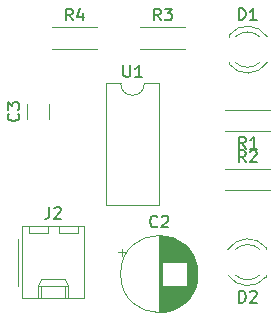
<source format=gbr>
%TF.GenerationSoftware,KiCad,Pcbnew,7.0.5-1.fc38*%
%TF.CreationDate,2023-06-27T12:48:17+03:00*%
%TF.ProjectId,flip-flop-NE555-timer,666c6970-2d66-46c6-9f70-2d4e45353535,1.0*%
%TF.SameCoordinates,Original*%
%TF.FileFunction,Legend,Top*%
%TF.FilePolarity,Positive*%
%FSLAX46Y46*%
G04 Gerber Fmt 4.6, Leading zero omitted, Abs format (unit mm)*
G04 Created by KiCad (PCBNEW 7.0.5-1.fc38) date 2023-06-27 12:48:17*
%MOMM*%
%LPD*%
G01*
G04 APERTURE LIST*
%ADD10C,0.150000*%
%ADD11C,0.120000*%
G04 APERTURE END LIST*
D10*
%TO.C,R3*%
X133373333Y-63534819D02*
X133040000Y-63058628D01*
X132801905Y-63534819D02*
X132801905Y-62534819D01*
X132801905Y-62534819D02*
X133182857Y-62534819D01*
X133182857Y-62534819D02*
X133278095Y-62582438D01*
X133278095Y-62582438D02*
X133325714Y-62630057D01*
X133325714Y-62630057D02*
X133373333Y-62725295D01*
X133373333Y-62725295D02*
X133373333Y-62868152D01*
X133373333Y-62868152D02*
X133325714Y-62963390D01*
X133325714Y-62963390D02*
X133278095Y-63011009D01*
X133278095Y-63011009D02*
X133182857Y-63058628D01*
X133182857Y-63058628D02*
X132801905Y-63058628D01*
X133706667Y-62534819D02*
X134325714Y-62534819D01*
X134325714Y-62534819D02*
X133992381Y-62915771D01*
X133992381Y-62915771D02*
X134135238Y-62915771D01*
X134135238Y-62915771D02*
X134230476Y-62963390D01*
X134230476Y-62963390D02*
X134278095Y-63011009D01*
X134278095Y-63011009D02*
X134325714Y-63106247D01*
X134325714Y-63106247D02*
X134325714Y-63344342D01*
X134325714Y-63344342D02*
X134278095Y-63439580D01*
X134278095Y-63439580D02*
X134230476Y-63487200D01*
X134230476Y-63487200D02*
X134135238Y-63534819D01*
X134135238Y-63534819D02*
X133849524Y-63534819D01*
X133849524Y-63534819D02*
X133754286Y-63487200D01*
X133754286Y-63487200D02*
X133706667Y-63439580D01*
%TO.C,R4*%
X125913333Y-63534819D02*
X125580000Y-63058628D01*
X125341905Y-63534819D02*
X125341905Y-62534819D01*
X125341905Y-62534819D02*
X125722857Y-62534819D01*
X125722857Y-62534819D02*
X125818095Y-62582438D01*
X125818095Y-62582438D02*
X125865714Y-62630057D01*
X125865714Y-62630057D02*
X125913333Y-62725295D01*
X125913333Y-62725295D02*
X125913333Y-62868152D01*
X125913333Y-62868152D02*
X125865714Y-62963390D01*
X125865714Y-62963390D02*
X125818095Y-63011009D01*
X125818095Y-63011009D02*
X125722857Y-63058628D01*
X125722857Y-63058628D02*
X125341905Y-63058628D01*
X126770476Y-62868152D02*
X126770476Y-63534819D01*
X126532381Y-62487200D02*
X126294286Y-63201485D01*
X126294286Y-63201485D02*
X126913333Y-63201485D01*
%TO.C,D1*%
X139991905Y-63494819D02*
X139991905Y-62494819D01*
X139991905Y-62494819D02*
X140230000Y-62494819D01*
X140230000Y-62494819D02*
X140372857Y-62542438D01*
X140372857Y-62542438D02*
X140468095Y-62637676D01*
X140468095Y-62637676D02*
X140515714Y-62732914D01*
X140515714Y-62732914D02*
X140563333Y-62923390D01*
X140563333Y-62923390D02*
X140563333Y-63066247D01*
X140563333Y-63066247D02*
X140515714Y-63256723D01*
X140515714Y-63256723D02*
X140468095Y-63351961D01*
X140468095Y-63351961D02*
X140372857Y-63447200D01*
X140372857Y-63447200D02*
X140230000Y-63494819D01*
X140230000Y-63494819D02*
X139991905Y-63494819D01*
X141515714Y-63494819D02*
X140944286Y-63494819D01*
X141230000Y-63494819D02*
X141230000Y-62494819D01*
X141230000Y-62494819D02*
X141134762Y-62637676D01*
X141134762Y-62637676D02*
X141039524Y-62732914D01*
X141039524Y-62732914D02*
X140944286Y-62780533D01*
%TO.C,U1*%
X130223095Y-67324819D02*
X130223095Y-68134342D01*
X130223095Y-68134342D02*
X130270714Y-68229580D01*
X130270714Y-68229580D02*
X130318333Y-68277200D01*
X130318333Y-68277200D02*
X130413571Y-68324819D01*
X130413571Y-68324819D02*
X130604047Y-68324819D01*
X130604047Y-68324819D02*
X130699285Y-68277200D01*
X130699285Y-68277200D02*
X130746904Y-68229580D01*
X130746904Y-68229580D02*
X130794523Y-68134342D01*
X130794523Y-68134342D02*
X130794523Y-67324819D01*
X131794523Y-68324819D02*
X131223095Y-68324819D01*
X131508809Y-68324819D02*
X131508809Y-67324819D01*
X131508809Y-67324819D02*
X131413571Y-67467676D01*
X131413571Y-67467676D02*
X131318333Y-67562914D01*
X131318333Y-67562914D02*
X131223095Y-67610533D01*
%TO.C,R2*%
X140568333Y-75534819D02*
X140235000Y-75058628D01*
X139996905Y-75534819D02*
X139996905Y-74534819D01*
X139996905Y-74534819D02*
X140377857Y-74534819D01*
X140377857Y-74534819D02*
X140473095Y-74582438D01*
X140473095Y-74582438D02*
X140520714Y-74630057D01*
X140520714Y-74630057D02*
X140568333Y-74725295D01*
X140568333Y-74725295D02*
X140568333Y-74868152D01*
X140568333Y-74868152D02*
X140520714Y-74963390D01*
X140520714Y-74963390D02*
X140473095Y-75011009D01*
X140473095Y-75011009D02*
X140377857Y-75058628D01*
X140377857Y-75058628D02*
X139996905Y-75058628D01*
X140949286Y-74630057D02*
X140996905Y-74582438D01*
X140996905Y-74582438D02*
X141092143Y-74534819D01*
X141092143Y-74534819D02*
X141330238Y-74534819D01*
X141330238Y-74534819D02*
X141425476Y-74582438D01*
X141425476Y-74582438D02*
X141473095Y-74630057D01*
X141473095Y-74630057D02*
X141520714Y-74725295D01*
X141520714Y-74725295D02*
X141520714Y-74820533D01*
X141520714Y-74820533D02*
X141473095Y-74963390D01*
X141473095Y-74963390D02*
X140901667Y-75534819D01*
X140901667Y-75534819D02*
X141520714Y-75534819D01*
%TO.C,R1*%
X140568333Y-74374819D02*
X140235000Y-73898628D01*
X139996905Y-74374819D02*
X139996905Y-73374819D01*
X139996905Y-73374819D02*
X140377857Y-73374819D01*
X140377857Y-73374819D02*
X140473095Y-73422438D01*
X140473095Y-73422438D02*
X140520714Y-73470057D01*
X140520714Y-73470057D02*
X140568333Y-73565295D01*
X140568333Y-73565295D02*
X140568333Y-73708152D01*
X140568333Y-73708152D02*
X140520714Y-73803390D01*
X140520714Y-73803390D02*
X140473095Y-73851009D01*
X140473095Y-73851009D02*
X140377857Y-73898628D01*
X140377857Y-73898628D02*
X139996905Y-73898628D01*
X141520714Y-74374819D02*
X140949286Y-74374819D01*
X141235000Y-74374819D02*
X141235000Y-73374819D01*
X141235000Y-73374819D02*
X141139762Y-73517676D01*
X141139762Y-73517676D02*
X141044524Y-73612914D01*
X141044524Y-73612914D02*
X140949286Y-73660533D01*
%TO.C,C2*%
X133083333Y-80959580D02*
X133035714Y-81007200D01*
X133035714Y-81007200D02*
X132892857Y-81054819D01*
X132892857Y-81054819D02*
X132797619Y-81054819D01*
X132797619Y-81054819D02*
X132654762Y-81007200D01*
X132654762Y-81007200D02*
X132559524Y-80911961D01*
X132559524Y-80911961D02*
X132511905Y-80816723D01*
X132511905Y-80816723D02*
X132464286Y-80626247D01*
X132464286Y-80626247D02*
X132464286Y-80483390D01*
X132464286Y-80483390D02*
X132511905Y-80292914D01*
X132511905Y-80292914D02*
X132559524Y-80197676D01*
X132559524Y-80197676D02*
X132654762Y-80102438D01*
X132654762Y-80102438D02*
X132797619Y-80054819D01*
X132797619Y-80054819D02*
X132892857Y-80054819D01*
X132892857Y-80054819D02*
X133035714Y-80102438D01*
X133035714Y-80102438D02*
X133083333Y-80150057D01*
X133464286Y-80150057D02*
X133511905Y-80102438D01*
X133511905Y-80102438D02*
X133607143Y-80054819D01*
X133607143Y-80054819D02*
X133845238Y-80054819D01*
X133845238Y-80054819D02*
X133940476Y-80102438D01*
X133940476Y-80102438D02*
X133988095Y-80150057D01*
X133988095Y-80150057D02*
X134035714Y-80245295D01*
X134035714Y-80245295D02*
X134035714Y-80340533D01*
X134035714Y-80340533D02*
X133988095Y-80483390D01*
X133988095Y-80483390D02*
X133416667Y-81054819D01*
X133416667Y-81054819D02*
X134035714Y-81054819D01*
%TO.C,C3*%
X121309580Y-71416666D02*
X121357200Y-71464285D01*
X121357200Y-71464285D02*
X121404819Y-71607142D01*
X121404819Y-71607142D02*
X121404819Y-71702380D01*
X121404819Y-71702380D02*
X121357200Y-71845237D01*
X121357200Y-71845237D02*
X121261961Y-71940475D01*
X121261961Y-71940475D02*
X121166723Y-71988094D01*
X121166723Y-71988094D02*
X120976247Y-72035713D01*
X120976247Y-72035713D02*
X120833390Y-72035713D01*
X120833390Y-72035713D02*
X120642914Y-71988094D01*
X120642914Y-71988094D02*
X120547676Y-71940475D01*
X120547676Y-71940475D02*
X120452438Y-71845237D01*
X120452438Y-71845237D02*
X120404819Y-71702380D01*
X120404819Y-71702380D02*
X120404819Y-71607142D01*
X120404819Y-71607142D02*
X120452438Y-71464285D01*
X120452438Y-71464285D02*
X120500057Y-71416666D01*
X120404819Y-71083332D02*
X120404819Y-70464285D01*
X120404819Y-70464285D02*
X120785771Y-70797618D01*
X120785771Y-70797618D02*
X120785771Y-70654761D01*
X120785771Y-70654761D02*
X120833390Y-70559523D01*
X120833390Y-70559523D02*
X120881009Y-70511904D01*
X120881009Y-70511904D02*
X120976247Y-70464285D01*
X120976247Y-70464285D02*
X121214342Y-70464285D01*
X121214342Y-70464285D02*
X121309580Y-70511904D01*
X121309580Y-70511904D02*
X121357200Y-70559523D01*
X121357200Y-70559523D02*
X121404819Y-70654761D01*
X121404819Y-70654761D02*
X121404819Y-70940475D01*
X121404819Y-70940475D02*
X121357200Y-71035713D01*
X121357200Y-71035713D02*
X121309580Y-71083332D01*
%TO.C,D2*%
X140001905Y-87414819D02*
X140001905Y-86414819D01*
X140001905Y-86414819D02*
X140240000Y-86414819D01*
X140240000Y-86414819D02*
X140382857Y-86462438D01*
X140382857Y-86462438D02*
X140478095Y-86557676D01*
X140478095Y-86557676D02*
X140525714Y-86652914D01*
X140525714Y-86652914D02*
X140573333Y-86843390D01*
X140573333Y-86843390D02*
X140573333Y-86986247D01*
X140573333Y-86986247D02*
X140525714Y-87176723D01*
X140525714Y-87176723D02*
X140478095Y-87271961D01*
X140478095Y-87271961D02*
X140382857Y-87367200D01*
X140382857Y-87367200D02*
X140240000Y-87414819D01*
X140240000Y-87414819D02*
X140001905Y-87414819D01*
X140954286Y-86510057D02*
X141001905Y-86462438D01*
X141001905Y-86462438D02*
X141097143Y-86414819D01*
X141097143Y-86414819D02*
X141335238Y-86414819D01*
X141335238Y-86414819D02*
X141430476Y-86462438D01*
X141430476Y-86462438D02*
X141478095Y-86510057D01*
X141478095Y-86510057D02*
X141525714Y-86605295D01*
X141525714Y-86605295D02*
X141525714Y-86700533D01*
X141525714Y-86700533D02*
X141478095Y-86843390D01*
X141478095Y-86843390D02*
X140906667Y-87414819D01*
X140906667Y-87414819D02*
X141525714Y-87414819D01*
%TO.C,J2*%
X123936666Y-79334819D02*
X123936666Y-80049104D01*
X123936666Y-80049104D02*
X123889047Y-80191961D01*
X123889047Y-80191961D02*
X123793809Y-80287200D01*
X123793809Y-80287200D02*
X123650952Y-80334819D01*
X123650952Y-80334819D02*
X123555714Y-80334819D01*
X124365238Y-79430057D02*
X124412857Y-79382438D01*
X124412857Y-79382438D02*
X124508095Y-79334819D01*
X124508095Y-79334819D02*
X124746190Y-79334819D01*
X124746190Y-79334819D02*
X124841428Y-79382438D01*
X124841428Y-79382438D02*
X124889047Y-79430057D01*
X124889047Y-79430057D02*
X124936666Y-79525295D01*
X124936666Y-79525295D02*
X124936666Y-79620533D01*
X124936666Y-79620533D02*
X124889047Y-79763390D01*
X124889047Y-79763390D02*
X124317619Y-80334819D01*
X124317619Y-80334819D02*
X124936666Y-80334819D01*
D11*
%TO.C,R3*%
X131620000Y-64080000D02*
X135460000Y-64080000D01*
X131620000Y-65920000D02*
X135460000Y-65920000D01*
%TO.C,R4*%
X124160000Y-64080000D02*
X128000000Y-64080000D01*
X124160000Y-65920000D02*
X128000000Y-65920000D01*
%TO.C,D1*%
X139170000Y-64764000D02*
X139170000Y-64920000D01*
X139170000Y-67080000D02*
X139170000Y-67236000D01*
X142402334Y-64921392D02*
G75*
G03*
X139170001Y-64764485I-1672334J-1078608D01*
G01*
X141771129Y-64920164D02*
G75*
G03*
X139689040Y-64920001I-1041129J-1079836D01*
G01*
X139689040Y-67079999D02*
G75*
G03*
X141771129Y-67079836I1040960J1079999D01*
G01*
X139170001Y-67235515D02*
G75*
G03*
X142402334Y-67078608I1559999J1235515D01*
G01*
%TO.C,U1*%
X128735000Y-68870000D02*
X128735000Y-79150000D01*
X128735000Y-79150000D02*
X133235000Y-79150000D01*
X129985000Y-68870000D02*
X128735000Y-68870000D01*
X133235000Y-68870000D02*
X131985000Y-68870000D01*
X133235000Y-79150000D02*
X133235000Y-68870000D01*
X129985000Y-68870000D02*
G75*
G03*
X131985000Y-68870000I1000000J0D01*
G01*
%TO.C,R2*%
X138815000Y-76080000D02*
X142655000Y-76080000D01*
X138815000Y-77920000D02*
X142655000Y-77920000D01*
%TO.C,R1*%
X142655000Y-72920000D02*
X138815000Y-72920000D01*
X142655000Y-71080000D02*
X138815000Y-71080000D01*
%TO.C,C2*%
X129749759Y-83161000D02*
X130379759Y-83161000D01*
X130064759Y-82846000D02*
X130064759Y-83476000D01*
X133250000Y-81770000D02*
X133250000Y-88230000D01*
X133290000Y-81770000D02*
X133290000Y-88230000D01*
X133330000Y-81770000D02*
X133330000Y-88230000D01*
X133370000Y-81772000D02*
X133370000Y-88228000D01*
X133410000Y-81773000D02*
X133410000Y-88227000D01*
X133450000Y-81776000D02*
X133450000Y-88224000D01*
X133490000Y-81778000D02*
X133490000Y-83960000D01*
X133490000Y-86040000D02*
X133490000Y-88222000D01*
X133530000Y-81782000D02*
X133530000Y-83960000D01*
X133530000Y-86040000D02*
X133530000Y-88218000D01*
X133570000Y-81785000D02*
X133570000Y-83960000D01*
X133570000Y-86040000D02*
X133570000Y-88215000D01*
X133610000Y-81789000D02*
X133610000Y-83960000D01*
X133610000Y-86040000D02*
X133610000Y-88211000D01*
X133650000Y-81794000D02*
X133650000Y-83960000D01*
X133650000Y-86040000D02*
X133650000Y-88206000D01*
X133690000Y-81799000D02*
X133690000Y-83960000D01*
X133690000Y-86040000D02*
X133690000Y-88201000D01*
X133730000Y-81805000D02*
X133730000Y-83960000D01*
X133730000Y-86040000D02*
X133730000Y-88195000D01*
X133770000Y-81811000D02*
X133770000Y-83960000D01*
X133770000Y-86040000D02*
X133770000Y-88189000D01*
X133810000Y-81818000D02*
X133810000Y-83960000D01*
X133810000Y-86040000D02*
X133810000Y-88182000D01*
X133850000Y-81825000D02*
X133850000Y-83960000D01*
X133850000Y-86040000D02*
X133850000Y-88175000D01*
X133890000Y-81833000D02*
X133890000Y-83960000D01*
X133890000Y-86040000D02*
X133890000Y-88167000D01*
X133930000Y-81841000D02*
X133930000Y-83960000D01*
X133930000Y-86040000D02*
X133930000Y-88159000D01*
X133971000Y-81850000D02*
X133971000Y-83960000D01*
X133971000Y-86040000D02*
X133971000Y-88150000D01*
X134011000Y-81859000D02*
X134011000Y-83960000D01*
X134011000Y-86040000D02*
X134011000Y-88141000D01*
X134051000Y-81869000D02*
X134051000Y-83960000D01*
X134051000Y-86040000D02*
X134051000Y-88131000D01*
X134091000Y-81879000D02*
X134091000Y-83960000D01*
X134091000Y-86040000D02*
X134091000Y-88121000D01*
X134131000Y-81890000D02*
X134131000Y-83960000D01*
X134131000Y-86040000D02*
X134131000Y-88110000D01*
X134171000Y-81902000D02*
X134171000Y-83960000D01*
X134171000Y-86040000D02*
X134171000Y-88098000D01*
X134211000Y-81914000D02*
X134211000Y-83960000D01*
X134211000Y-86040000D02*
X134211000Y-88086000D01*
X134251000Y-81926000D02*
X134251000Y-83960000D01*
X134251000Y-86040000D02*
X134251000Y-88074000D01*
X134291000Y-81939000D02*
X134291000Y-83960000D01*
X134291000Y-86040000D02*
X134291000Y-88061000D01*
X134331000Y-81953000D02*
X134331000Y-83960000D01*
X134331000Y-86040000D02*
X134331000Y-88047000D01*
X134371000Y-81967000D02*
X134371000Y-83960000D01*
X134371000Y-86040000D02*
X134371000Y-88033000D01*
X134411000Y-81982000D02*
X134411000Y-83960000D01*
X134411000Y-86040000D02*
X134411000Y-88018000D01*
X134451000Y-81998000D02*
X134451000Y-83960000D01*
X134451000Y-86040000D02*
X134451000Y-88002000D01*
X134491000Y-82014000D02*
X134491000Y-83960000D01*
X134491000Y-86040000D02*
X134491000Y-87986000D01*
X134531000Y-82030000D02*
X134531000Y-83960000D01*
X134531000Y-86040000D02*
X134531000Y-87970000D01*
X134571000Y-82048000D02*
X134571000Y-83960000D01*
X134571000Y-86040000D02*
X134571000Y-87952000D01*
X134611000Y-82066000D02*
X134611000Y-83960000D01*
X134611000Y-86040000D02*
X134611000Y-87934000D01*
X134651000Y-82084000D02*
X134651000Y-83960000D01*
X134651000Y-86040000D02*
X134651000Y-87916000D01*
X134691000Y-82104000D02*
X134691000Y-83960000D01*
X134691000Y-86040000D02*
X134691000Y-87896000D01*
X134731000Y-82124000D02*
X134731000Y-83960000D01*
X134731000Y-86040000D02*
X134731000Y-87876000D01*
X134771000Y-82144000D02*
X134771000Y-83960000D01*
X134771000Y-86040000D02*
X134771000Y-87856000D01*
X134811000Y-82166000D02*
X134811000Y-83960000D01*
X134811000Y-86040000D02*
X134811000Y-87834000D01*
X134851000Y-82188000D02*
X134851000Y-83960000D01*
X134851000Y-86040000D02*
X134851000Y-87812000D01*
X134891000Y-82210000D02*
X134891000Y-83960000D01*
X134891000Y-86040000D02*
X134891000Y-87790000D01*
X134931000Y-82234000D02*
X134931000Y-83960000D01*
X134931000Y-86040000D02*
X134931000Y-87766000D01*
X134971000Y-82258000D02*
X134971000Y-83960000D01*
X134971000Y-86040000D02*
X134971000Y-87742000D01*
X135011000Y-82284000D02*
X135011000Y-83960000D01*
X135011000Y-86040000D02*
X135011000Y-87716000D01*
X135051000Y-82310000D02*
X135051000Y-83960000D01*
X135051000Y-86040000D02*
X135051000Y-87690000D01*
X135091000Y-82336000D02*
X135091000Y-83960000D01*
X135091000Y-86040000D02*
X135091000Y-87664000D01*
X135131000Y-82364000D02*
X135131000Y-83960000D01*
X135131000Y-86040000D02*
X135131000Y-87636000D01*
X135171000Y-82393000D02*
X135171000Y-83960000D01*
X135171000Y-86040000D02*
X135171000Y-87607000D01*
X135211000Y-82422000D02*
X135211000Y-83960000D01*
X135211000Y-86040000D02*
X135211000Y-87578000D01*
X135251000Y-82452000D02*
X135251000Y-83960000D01*
X135251000Y-86040000D02*
X135251000Y-87548000D01*
X135291000Y-82484000D02*
X135291000Y-83960000D01*
X135291000Y-86040000D02*
X135291000Y-87516000D01*
X135331000Y-82516000D02*
X135331000Y-83960000D01*
X135331000Y-86040000D02*
X135331000Y-87484000D01*
X135371000Y-82550000D02*
X135371000Y-83960000D01*
X135371000Y-86040000D02*
X135371000Y-87450000D01*
X135411000Y-82584000D02*
X135411000Y-83960000D01*
X135411000Y-86040000D02*
X135411000Y-87416000D01*
X135451000Y-82620000D02*
X135451000Y-83960000D01*
X135451000Y-86040000D02*
X135451000Y-87380000D01*
X135491000Y-82657000D02*
X135491000Y-83960000D01*
X135491000Y-86040000D02*
X135491000Y-87343000D01*
X135531000Y-82695000D02*
X135531000Y-83960000D01*
X135531000Y-86040000D02*
X135531000Y-87305000D01*
X135571000Y-82735000D02*
X135571000Y-87265000D01*
X135611000Y-82776000D02*
X135611000Y-87224000D01*
X135651000Y-82818000D02*
X135651000Y-87182000D01*
X135691000Y-82863000D02*
X135691000Y-87137000D01*
X135731000Y-82908000D02*
X135731000Y-87092000D01*
X135771000Y-82956000D02*
X135771000Y-87044000D01*
X135811000Y-83005000D02*
X135811000Y-86995000D01*
X135851000Y-83056000D02*
X135851000Y-86944000D01*
X135891000Y-83110000D02*
X135891000Y-86890000D01*
X135931000Y-83166000D02*
X135931000Y-86834000D01*
X135971000Y-83224000D02*
X135971000Y-86776000D01*
X136011000Y-83286000D02*
X136011000Y-86714000D01*
X136051000Y-83350000D02*
X136051000Y-86650000D01*
X136091000Y-83419000D02*
X136091000Y-86581000D01*
X136131000Y-83491000D02*
X136131000Y-86509000D01*
X136171000Y-83568000D02*
X136171000Y-86432000D01*
X136211000Y-83650000D02*
X136211000Y-86350000D01*
X136251000Y-83738000D02*
X136251000Y-86262000D01*
X136291000Y-83835000D02*
X136291000Y-86165000D01*
X136331000Y-83941000D02*
X136331000Y-86059000D01*
X136371000Y-84060000D02*
X136371000Y-85940000D01*
X136411000Y-84198000D02*
X136411000Y-85802000D01*
X136451000Y-84367000D02*
X136451000Y-85633000D01*
X136491000Y-84598000D02*
X136491000Y-85402000D01*
X136520000Y-85000000D02*
G75*
G03*
X136520000Y-85000000I-3270000J0D01*
G01*
%TO.C,C3*%
X122080000Y-71879000D02*
X122080000Y-70621000D01*
X123920000Y-71879000D02*
X123920000Y-70621000D01*
%TO.C,D2*%
X142300000Y-85236000D02*
X142300000Y-85080000D01*
X142300000Y-82920000D02*
X142300000Y-82764000D01*
X139067666Y-85078608D02*
G75*
G03*
X142299999Y-85235515I1672334J1078608D01*
G01*
X139698871Y-85079836D02*
G75*
G03*
X141780960Y-85079999I1041129J1079836D01*
G01*
X141780960Y-82920001D02*
G75*
G03*
X139698871Y-82920164I-1040960J-1079999D01*
G01*
X142299999Y-82764485D02*
G75*
G03*
X139067666Y-82921392I-1559999J-1235515D01*
G01*
%TO.C,J2*%
X121330000Y-82000000D02*
X121330000Y-86000000D01*
X121620000Y-80970000D02*
X121620000Y-86990000D01*
X121620000Y-86990000D02*
X126920000Y-86990000D01*
X122200000Y-80970000D02*
X122200000Y-81570000D01*
X122200000Y-81570000D02*
X123800000Y-81570000D01*
X123000000Y-85990000D02*
X123250000Y-85460000D01*
X123000000Y-85990000D02*
X125540000Y-85990000D01*
X123000000Y-86990000D02*
X123000000Y-85990000D01*
X123250000Y-85460000D02*
X125290000Y-85460000D01*
X123250000Y-86990000D02*
X123250000Y-85990000D01*
X123800000Y-81570000D02*
X123800000Y-80970000D01*
X124740000Y-80970000D02*
X124740000Y-81570000D01*
X124740000Y-81570000D02*
X126340000Y-81570000D01*
X125290000Y-85460000D02*
X125540000Y-85990000D01*
X125290000Y-86990000D02*
X125290000Y-85990000D01*
X125540000Y-85990000D02*
X125540000Y-86990000D01*
X126340000Y-81570000D02*
X126340000Y-80970000D01*
X126920000Y-80970000D02*
X121620000Y-80970000D01*
X126920000Y-86990000D02*
X126920000Y-80970000D01*
%TD*%
M02*

</source>
